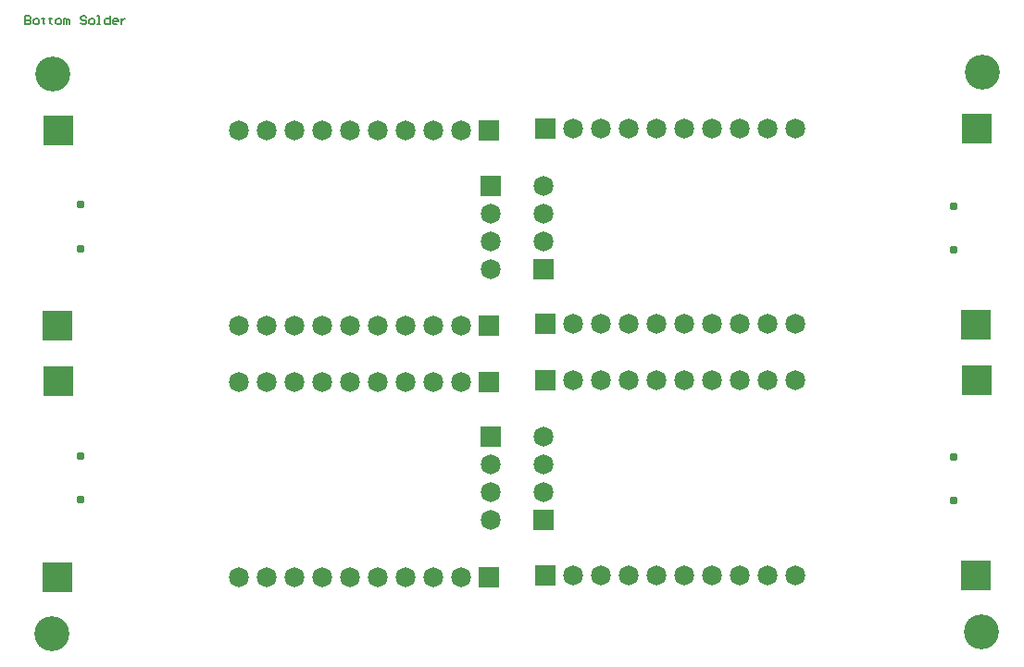
<source format=gbs>
G04*
G04 #@! TF.GenerationSoftware,Altium Limited,Altium Designer,21.2.2 (38)*
G04*
G04 Layer_Color=16711935*
%FSLAX24Y24*%
%MOIN*%
G70*
G04*
G04 #@! TF.SameCoordinates,4FF2B1F3-0D2B-4292-BC26-430B10DD4990*
G04*
G04*
G04 #@! TF.FilePolarity,Negative*
G04*
G01*
G75*
%ADD12C,0.0050*%
%ADD58C,0.1261*%
%ADD59R,0.1050X0.1050*%
%ADD60R,0.0719X0.0719*%
%ADD61C,0.0719*%
%ADD62R,0.0719X0.0719*%
%ADD63C,0.0306*%
D12*
X23410Y45410D02*
Y45110D01*
X23560D01*
X23610Y45160D01*
Y45210D01*
X23560Y45260D01*
X23410D01*
X23560D01*
X23610Y45310D01*
Y45360D01*
X23560Y45410D01*
X23410D01*
X23760Y45110D02*
X23860D01*
X23910Y45160D01*
Y45260D01*
X23860Y45310D01*
X23760D01*
X23710Y45260D01*
Y45160D01*
X23760Y45110D01*
X24060Y45360D02*
Y45310D01*
X24010D01*
X24110D01*
X24060D01*
Y45160D01*
X24110Y45110D01*
X24310Y45360D02*
Y45310D01*
X24260D01*
X24360D01*
X24310D01*
Y45160D01*
X24360Y45110D01*
X24560D02*
X24660D01*
X24710Y45160D01*
Y45260D01*
X24660Y45310D01*
X24560D01*
X24510Y45260D01*
Y45160D01*
X24560Y45110D01*
X24810D02*
Y45310D01*
X24860D01*
X24910Y45260D01*
Y45110D01*
Y45260D01*
X24959Y45310D01*
X25009Y45260D01*
Y45110D01*
X25609Y45360D02*
X25559Y45410D01*
X25459D01*
X25409Y45360D01*
Y45310D01*
X25459Y45260D01*
X25559D01*
X25609Y45210D01*
Y45160D01*
X25559Y45110D01*
X25459D01*
X25409Y45160D01*
X25759Y45110D02*
X25859D01*
X25909Y45160D01*
Y45260D01*
X25859Y45310D01*
X25759D01*
X25709Y45260D01*
Y45160D01*
X25759Y45110D01*
X26009D02*
X26109D01*
X26059D01*
Y45410D01*
X26009D01*
X26459D02*
Y45110D01*
X26309D01*
X26259Y45160D01*
Y45260D01*
X26309Y45310D01*
X26459D01*
X26709Y45110D02*
X26609D01*
X26559Y45160D01*
Y45260D01*
X26609Y45310D01*
X26709D01*
X26759Y45260D01*
Y45210D01*
X26559D01*
X26859Y45310D02*
Y45110D01*
Y45210D01*
X26909Y45260D01*
X26959Y45310D01*
X27009D01*
D58*
X57867Y43392D02*
D03*
X24399Y43316D02*
D03*
X57852Y23237D02*
D03*
X24384Y23161D02*
D03*
D59*
X24590Y25191D02*
D03*
X24610Y32251D02*
D03*
X24590Y34246D02*
D03*
X24610Y41306D02*
D03*
X57661Y41361D02*
D03*
X57641Y34301D02*
D03*
X57661Y32306D02*
D03*
X57641Y25246D02*
D03*
D60*
X40170Y30246D02*
D03*
Y39301D02*
D03*
X42081Y36306D02*
D03*
Y27251D02*
D03*
D61*
X40170Y29246D02*
D03*
Y28246D02*
D03*
Y27246D02*
D03*
X39100Y25205D02*
D03*
X38100D02*
D03*
X37100D02*
D03*
X36100D02*
D03*
X35100D02*
D03*
X34100D02*
D03*
X33100D02*
D03*
X32100D02*
D03*
X31100D02*
D03*
X32100Y32237D02*
D03*
X34100D02*
D03*
X33100D02*
D03*
X31100D02*
D03*
X35100D02*
D03*
X36100D02*
D03*
X37100D02*
D03*
X38100D02*
D03*
X39100D02*
D03*
X40170Y38301D02*
D03*
Y37301D02*
D03*
Y36301D02*
D03*
X39100Y34261D02*
D03*
X38100D02*
D03*
X37100D02*
D03*
X36100D02*
D03*
X35100D02*
D03*
X34100D02*
D03*
X33100D02*
D03*
X32100D02*
D03*
X31100D02*
D03*
X32100Y41292D02*
D03*
X34100D02*
D03*
X33100D02*
D03*
X31100D02*
D03*
X35100D02*
D03*
X36100D02*
D03*
X37100D02*
D03*
X38100D02*
D03*
X39100D02*
D03*
X42081Y37306D02*
D03*
Y38306D02*
D03*
Y39306D02*
D03*
X43151Y41347D02*
D03*
X44151D02*
D03*
X45151D02*
D03*
X46151D02*
D03*
X47151D02*
D03*
X48151D02*
D03*
X49151D02*
D03*
X50151D02*
D03*
X51151D02*
D03*
X50151Y34316D02*
D03*
X48151D02*
D03*
X49151D02*
D03*
X51151D02*
D03*
X47151D02*
D03*
X46151D02*
D03*
X45151D02*
D03*
X44151D02*
D03*
X43151D02*
D03*
X42081Y28251D02*
D03*
Y29251D02*
D03*
Y30251D02*
D03*
X43151Y32292D02*
D03*
X44151D02*
D03*
X45151D02*
D03*
X46151D02*
D03*
X47151D02*
D03*
X48151D02*
D03*
X49151D02*
D03*
X50151D02*
D03*
X51151D02*
D03*
X50151Y25261D02*
D03*
X48151D02*
D03*
X49151D02*
D03*
X51151D02*
D03*
X47151D02*
D03*
X46151D02*
D03*
X45151D02*
D03*
X44151D02*
D03*
X43151D02*
D03*
D62*
X40100Y25205D02*
D03*
Y32237D02*
D03*
Y34261D02*
D03*
Y41292D02*
D03*
X42151Y41347D02*
D03*
Y34316D02*
D03*
Y32292D02*
D03*
Y25261D02*
D03*
D63*
X25406Y27981D02*
D03*
Y29556D02*
D03*
Y37036D02*
D03*
Y38611D02*
D03*
X56845Y38571D02*
D03*
Y36996D02*
D03*
Y29516D02*
D03*
Y27941D02*
D03*
M02*

</source>
